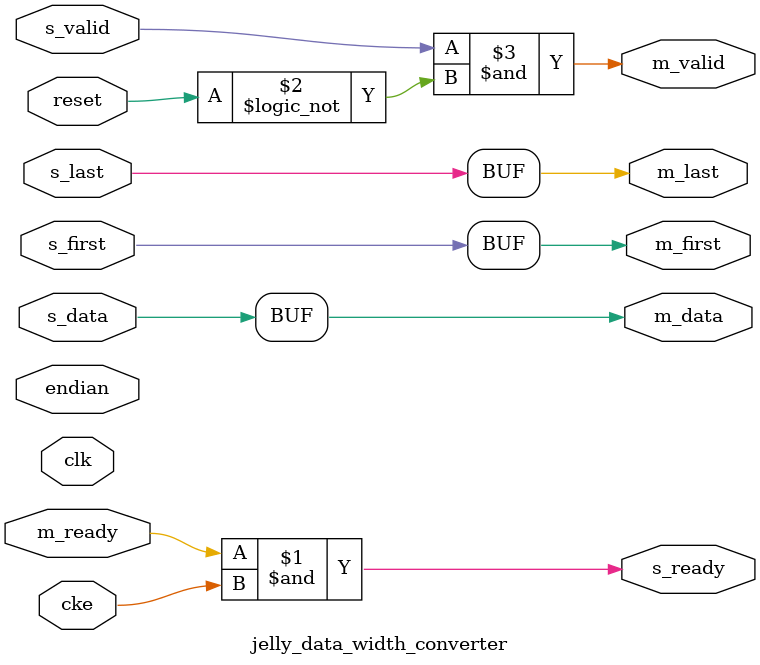
<source format=v>



`timescale 1ns / 1ps
`default_nettype none



module jelly_data_width_converter
		#(
			parameter	UNIT_WIDTH   = 1,
			parameter	S_DATA_SIZE  = 0,	// log2 (0:1bit, 1:2bit, 2:4bit, 3:8bit...)
			parameter	M_DATA_SIZE  = 0,	// log2 (0:1bit, 1:2bit, 2:4bit, 3:8bit...)
			parameter	S_DATA_WIDTH = (1 << S_DATA_SIZE) * UNIT_WIDTH,
			parameter	M_DATA_WIDTH = (1 << M_DATA_SIZE) * UNIT_WIDTH,
			parameter	INIT_DATA    = {M_DATA_WIDTH{1'bx}}
		)
		(
			input	wire						reset,
			input	wire						clk,
			input	wire						cke,
			
			input	wire						endian,
			
			input	wire	[S_DATA_WIDTH-1:0]	s_data,
			input	wire						s_first,
			input	wire						s_last,
			input	wire						s_valid,
			output	wire						s_ready,
			
			output	wire	[M_DATA_WIDTH-1:0]	m_data,
			output	wire						m_first,
			output	wire						m_last,
			output	wire						m_valid,
			input	wire						m_ready
		);
	
	localparam	SEL_WIDTH = (M_DATA_SIZE > S_DATA_SIZE) ? (M_DATA_SIZE - S_DATA_SIZE) : (S_DATA_SIZE - M_DATA_SIZE);
	
	generate
	if ( M_DATA_SIZE == S_DATA_SIZE ) begin : through
		// through
		assign s_ready = m_ready & cke;
		assign m_data  = s_data;
		assign m_first = s_first;
		assign m_last  = s_last;
		assign m_valid = s_valid & !reset;
	end
	else if ( M_DATA_SIZE > S_DATA_SIZE ) begin : upsize
		// upsizer
		reg		[M_DATA_WIDTH-1:0]	reg_m_data,  next_m_data;
		reg							reg_m_first, next_m_first;
		reg							reg_m_last,  next_m_last;
		reg							reg_m_valid, next_m_valid;
		reg		[SEL_WIDTH-1:0]		reg_sel,     next_sel;
		
		wire	[M_DATA_WIDTH-1:0]	next_data;
		wire	[M_DATA_WIDTH-1:0]	next_mask;
		
		jelly_demultiplexer
				#(
					.SEL_WIDTH		(SEL_WIDTH),
					.IN_WIDTH		(S_DATA_WIDTH)
				)
			i_demultiplexer_data
				(
					.endian			(endian),
					.sel			(reg_sel),
					.din			(s_data),
					.dout			(next_data)
				);
		
		jelly_demultiplexer
				#(
					.SEL_WIDTH		(SEL_WIDTH),
					.IN_WIDTH		(S_DATA_WIDTH)
				)
			i_demultiplexer_mask
				(
					.endian			(endian),
					.sel			(reg_sel),
					.din			({S_DATA_WIDTH{1'b1}}),
					.dout			(next_mask)
				);
		
		always @* begin
			next_m_data  = reg_m_data;
			next_m_first = reg_m_first;
			next_m_last  = reg_m_last;
			next_m_valid = reg_m_valid;
			next_sel     = reg_sel;
			
			if ( m_valid & m_ready ) begin
				next_m_data  = INIT_DATA;
				next_m_first = 1'b0;
				next_m_last  = 1'b0;
				next_m_valid = 1'b0;
			end
			
			if ( s_valid & s_ready ) begin
				if ( s_first ) begin
					next_m_data  = INIT_DATA;
					next_m_first = 1'b1;
					next_sel     = {SEL_WIDTH{1'b0}};
				end
				
				next_m_data = ((next_m_data & ~next_mask) | next_data);
				next_m_last = s_last;
				
				next_sel    = reg_sel + 1'b1;
				if ( (reg_sel == {SEL_WIDTH{1'b1}}) || s_last ) begin
					next_m_valid = 1'b1;
					next_sel     = {SEL_WIDTH{1'b0}};
				end
			end
		end
		
		always @(posedge clk) begin
			if ( reset ) begin
				reg_m_data  <= INIT_DATA;
				reg_m_first <= 1'bx;
				reg_m_last  <= 1'bx;
				reg_m_valid <= 1'b0;
				reg_sel     <= {SEL_WIDTH{1'b0}};
			end
			else if ( cke ) begin
				reg_m_data  <= next_m_data;
				reg_m_first <= next_m_first;
				reg_m_last  <= next_m_last;
				reg_m_valid <= next_m_valid;
				reg_sel     <= next_sel;
			end
		end
		
		assign s_ready = ((!m_valid || m_ready) && cke);
		assign m_data  = reg_m_data;
		assign m_first = reg_m_first;
		assign m_last  = reg_m_last;
		assign m_valid = reg_m_valid;
	end
	else begin : downsize
		// downsizer
		reg		[M_DATA_WIDTH-1:0]	reg_m_data,  next_m_data;
		reg							reg_m_first, next_m_first;
		reg							reg_m_last,  next_m_last;
		reg							reg_m_valid, next_m_valid;
		reg		[SEL_WIDTH-1:0]		reg_sel,     next_sel;
		
		wire	[M_DATA_WIDTH-1:0]	next_data;
		
		jelly_multiplexer
				#(
					.SEL_WIDTH		(SEL_WIDTH),
					.OUT_WIDTH		(M_DATA_WIDTH)
				)
			i_multiplexer
				(
					.endian			(endian),
					.sel			(reg_sel),
					.din			(s_data),
					.dout			(next_data)
				);
		
		always @* begin
			next_m_data  = reg_m_data;
			next_m_first = reg_m_first;
			next_m_last  = reg_m_last;
			next_m_valid = reg_m_valid;
			next_sel     = reg_sel;
			
			if ( m_ready ) begin
				next_m_valid = 1'b0;
			end
			
			if ( !next_m_valid ) begin
				next_m_data  = next_data;
				next_m_first = 1'b0;
				next_m_last  = 1'b0;
				next_m_valid = s_valid;
				
				next_sel     = reg_sel + s_valid;
				if ( (reg_sel == {SEL_WIDTH{1'b0}}) ) begin
					next_m_first = s_first;
				end
				if ( (reg_sel == {SEL_WIDTH{1'b1}}) ) begin
					next_m_last  = s_last;
				end
			end
		end
		
		always @(posedge clk) begin
			if ( reset ) begin
				reg_m_data  <= INIT_DATA;
				reg_m_first <= 1'bx;
				reg_m_last  <= 1'bx;
				reg_m_valid <= 1'b0;
				reg_sel     <= {SEL_WIDTH{1'b0}};
			end
			else if ( cke ) begin
				reg_m_data  <= next_m_data;
				reg_m_first <= next_m_first;
				reg_m_last  <= next_m_last;
				reg_m_valid <= next_m_valid;
				reg_sel     <= next_sel;
			end
		end
		
		assign s_ready  = ((reg_sel == {SEL_WIDTH{1'b1}}) && m_ready && cke);
		assign m_data   = reg_m_data;
		assign m_first  = reg_m_first;
		assign m_last   = reg_m_last;
		assign m_valid  = reg_m_valid;
	end
	endgenerate
	
endmodule


`default_nettype wire


// end of file

</source>
